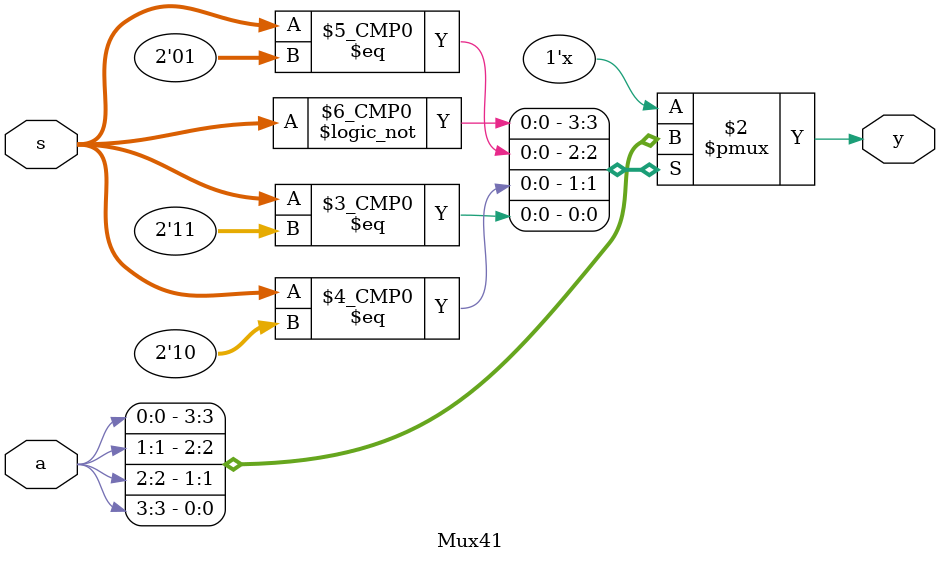
<source format=v>
module Mux41(
	input [3:0]	a,
	input	[1:0]	s,
	output reg y
);
always @(s or a) begin
		case (s)
			0: y = a[0];
			1: y = a[1];
			2: y = a[2];
			3: y = a[3];
			default: y = 1'b0;
		endcase
	end
endmodule

</source>
